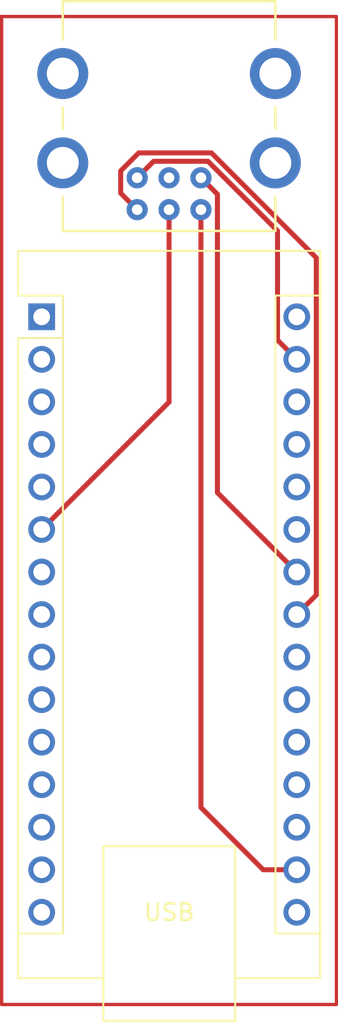
<source format=kicad_pcb>
(kicad_pcb (version 20240108) (generator "pcbnew") (generator_version "8.0")
  (layers (0 "F.Cu" signal) (31 "B.Cu" signal) (34 "B.Paste" user) (35 "F.Paste" user) (36 "B.SilkS" user "B.Silkscreen") (37 "F.SilkS" user "F.Silkscreen") (38 "B.Mask" user) (39 "F.Mask" user) (44 "Edge.Cuts" user))
  (net 0 "")
  (net 3 "Net-(A1-A4)")
  (net 13 "Net-(A1-D3)")
  (net 17 "Net-(U1-GND)")
  (net 18 "Net-(A1-A5)")
  (net 24 "Net-(A1-3V3)")
  (footprint "Footprints_cez:CONN_WII" (layer "F.Cu") (at 123.157 57.8882)
    (property "Reference" "U1" (hide yes))
    (property "Value" "~" (hide yes))
    (fp_line (start -6.35 -6.858) (end 6.35 -6.858) (stroke (width 0.15)) (layer "F.SilkS"))
    (fp_line (start -6.35 -4.572) (end -6.35 -6.858) (stroke (width 0.15)) (layer "F.SilkS"))
    (fp_line (start -6.35 0.762) (end -6.35 -0.508) (stroke (width 0.15)) (layer "F.SilkS"))
    (fp_line (start -6.35 6.858) (end -6.35 4.826) (stroke (width 0.15)) (layer "F.SilkS"))
    (fp_line (start 6.35 -6.858) (end 6.35 -4.572) (stroke (width 0.15)) (layer "F.SilkS"))
    (fp_line (start 6.35 0.762) (end 6.35 -0.508) (stroke (width 0.15)) (layer "F.SilkS"))
    (fp_line (start 6.35 6.858) (end -6.35 6.858) (stroke (width 0.15)) (layer "F.SilkS"))
    (fp_line (start 6.35 6.858) (end 6.35 4.826) (stroke (width 0.15)) (layer "F.SilkS"))
    (pad "" thru_hole circle (at -6.35 -2.54) (size 3.048 3.048) (drill 1.905) (layers "*.Cu" "*.Mask"))
    (pad "" thru_hole circle (at -6.35 2.794) (size 3.048 3.048) (drill 1.905) (layers "*.Cu" "*.Mask"))
    (pad "" thru_hole circle (at 6.35 -2.54) (size 3.048 3.048) (drill 1.905) (layers "*.Cu" "*.Mask"))
    (pad "" thru_hole circle (at 6.35 2.794) (size 3.048 3.048) (drill 1.905) (layers "*.Cu" "*.Mask"))
    (pad "1" thru_hole circle (at 1.905 5.588) (size 1.27 1.27) (drill 0.635) (layers "*.Cu" "*.Mask") (net 24 "Net-(A1-3V3)"))
    (pad "2" thru_hole circle (at 1.905 3.683) (size 1.27 1.27) (drill 0.635) (layers "*.Cu" "*.Mask") (net 18 "Net-(A1-A5)"))
    (pad "3" thru_hole circle (at 0 5.588) (size 1.27 1.27) (drill 0.635) (layers "*.Cu" "*.Mask") (net 13 "Net-(A1-D3)"))
    (pad "4" thru_hole circle (at 0 3.683) (size 1.27 1.27) (drill 0.635) (layers "*.Cu" "*.Mask"))
    (pad "5" thru_hole circle (at -1.905 5.588) (size 1.27 1.27) (drill 0.635) (layers "*.Cu" "*.Mask") (net 3 "Net-(A1-A4)"))
    (pad "6" thru_hole circle (at -1.905 3.683) (size 1.27 1.27) (drill 0.635) (layers "*.Cu" "*.Mask") (net 17 "Net-(U1-GND)"))
  )
  (footprint "Module:Arduino_Nano" (layer "F.Cu") (at 115.547 69.8754)
    (property "Reference" "A1" (hide yes))
    (property "Value" "Arduino_Nano_v3.x")
    (fp_line (start -1.4 -3.94) (end -1.4 -1.27) (stroke (width 0.12)) (layer "F.SilkS"))
    (fp_line (start -1.4 1.27) (end -1.4 39.5) (stroke (width 0.12)) (layer "F.SilkS"))
    (fp_line (start -1.4 39.5) (end 3.68 39.5) (stroke (width 0.12)) (layer "F.SilkS"))
    (fp_line (start 1.27 -1.27) (end -1.4 -1.27) (stroke (width 0.12)) (layer "F.SilkS"))
    (fp_line (start 1.27 1.27) (end -1.4 1.27) (stroke (width 0.12)) (layer "F.SilkS"))
    (fp_line (start 1.27 1.27) (end 1.27 -1.27) (stroke (width 0.12)) (layer "F.SilkS"))
    (fp_line (start 1.27 1.27) (end 1.27 36.83) (stroke (width 0.12)) (layer "F.SilkS"))
    (fp_line (start 1.27 36.83) (end -1.4 36.83) (stroke (width 0.12)) (layer "F.SilkS"))
    (fp_line (start 3.68 31.62) (end 11.56 31.62) (stroke (width 0.12)) (layer "F.SilkS"))
    (fp_line (start 3.68 42.04) (end 3.68 31.62) (stroke (width 0.12)) (layer "F.SilkS"))
    (fp_line (start 11.56 31.62) (end 11.56 42.04) (stroke (width 0.12)) (layer "F.SilkS"))
    (fp_line (start 11.56 42.04) (end 3.68 42.04) (stroke (width 0.12)) (layer "F.SilkS"))
    (fp_line (start 13.97 -1.27) (end 13.97 36.83) (stroke (width 0.12)) (layer "F.SilkS"))
    (fp_line (start 13.97 -1.27) (end 16.64 -1.27) (stroke (width 0.12)) (layer "F.SilkS"))
    (fp_line (start 13.97 36.83) (end 16.64 36.83) (stroke (width 0.12)) (layer "F.SilkS"))
    (fp_line (start 16.64 -3.94) (end -1.4 -3.94) (stroke (width 0.12)) (layer "F.SilkS"))
    (fp_line (start 16.64 39.5) (end 11.56 39.5) (stroke (width 0.12)) (layer "F.SilkS"))
    (fp_line (start 16.64 39.5) (end 16.64 -3.94) (stroke (width 0.12)) (layer "F.SilkS"))
    (fp_text user "USB" (at 7.62 35.56 0) (layer "F.SilkS"))
    (pad "1" thru_hole rect (at 0 0) (size 1.6 1.6) (drill 1) (layers "*.Cu" "*.Mask"))
    (pad "2" thru_hole oval (at 0 2.54) (size 1.6 1.6) (drill 1) (layers "*.Cu" "*.Mask"))
    (pad "3" thru_hole oval (at 0 5.08) (size 1.6 1.6) (drill 1) (layers "*.Cu" "*.Mask"))
    (pad "4" thru_hole oval (at 0 7.62) (size 1.6 1.6) (drill 1) (layers "*.Cu" "*.Mask"))
    (pad "5" thru_hole oval (at 0 10.16) (size 1.6 1.6) (drill 1) (layers "*.Cu" "*.Mask"))
    (pad "6" thru_hole oval (at 0 12.7) (size 1.6 1.6) (drill 1) (layers "*.Cu" "*.Mask") (net 13 "Net-(A1-D3)"))
    (pad "7" thru_hole oval (at 0 15.24) (size 1.6 1.6) (drill 1) (layers "*.Cu" "*.Mask"))
    (pad "8" thru_hole oval (at 0 17.78) (size 1.6 1.6) (drill 1) (layers "*.Cu" "*.Mask"))
    (pad "9" thru_hole oval (at 0 20.32) (size 1.6 1.6) (drill 1) (layers "*.Cu" "*.Mask"))
    (pad "10" thru_hole oval (at 0 22.86) (size 1.6 1.6) (drill 1) (layers "*.Cu" "*.Mask"))
    (pad "11" thru_hole oval (at 0 25.4) (size 1.6 1.6) (drill 1) (layers "*.Cu" "*.Mask"))
    (pad "12" thru_hole oval (at 0 27.94) (size 1.6 1.6) (drill 1) (layers "*.Cu" "*.Mask"))
    (pad "13" thru_hole oval (at 0 30.48) (size 1.6 1.6) (drill 1) (layers "*.Cu" "*.Mask"))
    (pad "14" thru_hole oval (at 0 33.02) (size 1.6 1.6) (drill 1) (layers "*.Cu" "*.Mask"))
    (pad "15" thru_hole oval (at 0 35.56) (size 1.6 1.6) (drill 1) (layers "*.Cu" "*.Mask"))
    (pad "16" thru_hole oval (at 15.24 35.56) (size 1.6 1.6) (drill 1) (layers "*.Cu" "*.Mask"))
    (pad "17" thru_hole oval (at 15.24 33.02) (size 1.6 1.6) (drill 1) (layers "*.Cu" "*.Mask") (net 24 "Net-(A1-3V3)"))
    (pad "18" thru_hole oval (at 15.24 30.48) (size 1.6 1.6) (drill 1) (layers "*.Cu" "*.Mask"))
    (pad "19" thru_hole oval (at 15.24 27.94) (size 1.6 1.6) (drill 1) (layers "*.Cu" "*.Mask"))
    (pad "20" thru_hole oval (at 15.24 25.4) (size 1.6 1.6) (drill 1) (layers "*.Cu" "*.Mask"))
    (pad "21" thru_hole oval (at 15.24 22.86) (size 1.6 1.6) (drill 1) (layers "*.Cu" "*.Mask"))
    (pad "22" thru_hole oval (at 15.24 20.32) (size 1.6 1.6) (drill 1) (layers "*.Cu" "*.Mask"))
    (pad "23" thru_hole oval (at 15.24 17.78) (size 1.6 1.6) (drill 1) (layers "*.Cu" "*.Mask") (net 3 "Net-(A1-A4)"))
    (pad "24" thru_hole oval (at 15.24 15.24) (size 1.6 1.6) (drill 1) (layers "*.Cu" "*.Mask") (net 18 "Net-(A1-A5)"))
    (pad "25" thru_hole oval (at 15.24 12.7) (size 1.6 1.6) (drill 1) (layers "*.Cu" "*.Mask"))
    (pad "26" thru_hole oval (at 15.24 10.16) (size 1.6 1.6) (drill 1) (layers "*.Cu" "*.Mask"))
    (pad "27" thru_hole oval (at 15.24 7.62) (size 1.6 1.6) (drill 1) (layers "*.Cu" "*.Mask"))
    (pad "28" thru_hole oval (at 15.24 5.08) (size 1.6 1.6) (drill 1) (layers "*.Cu" "*.Mask"))
    (pad "29" thru_hole oval (at 15.24 2.54) (size 1.6 1.6) (drill 1) (layers "*.Cu" "*.Mask") (net 17 "Net-(U1-GND)"))
    (pad "30" thru_hole oval (at 15.24 0) (size 1.6 1.6) (drill 1) (layers "*.Cu" "*.Mask"))
  )
  (gr_rect (start 113.157 51.943) (end 133.157 110.943) (stroke (width 0.2)) (fill none) (layer "F.Cu"))
  (segment (start 121.343999 60.0862) (end 125.690307 60.0862) (width 0.3) (layer "F.Cu") (net 3))
  (segment (start 120.267 62.4912) (end 120.267 61.163199) (width 0.3) (layer "F.Cu") (net 3))
  (segment (start 125.690307 60.0862) (end 131.953 66.348893) (width 0.3) (layer "F.Cu") (net 3))
  (segment (start 120.267 61.163199) (end 121.343999 60.0862) (width 0.3) (layer "F.Cu") (net 3))
  (segment (start 131.953 66.348893) (end 131.953 86.4894) (width 0.3) (layer "F.Cu") (net 3))
  (segment (start 121.252 63.4762) (end 120.267 62.4912) (width 0.3) (layer "F.Cu") (net 3))
  (segment (start 131.953 86.4894) (end 130.787 87.6554) (width 0.3) (layer "F.Cu") (net 3))
  (segment (start 123.157 74.9654) (end 115.547 82.5754) (width 0.3) (layer "F.Cu") (net 13))
  (segment (start 123.157 63.4762) (end 123.157 74.9654) (width 0.3) (layer "F.Cu") (net 13))
  (segment (start 129.637 64.74) (end 129.637 71.2654) (width 0.3) (layer "F.Cu") (net 17))
  (segment (start 122.237 60.5862) (end 125.4832 60.5862) (width 0.3) (layer "F.Cu") (net 17))
  (segment (start 121.252 61.5712) (end 122.237 60.5862) (width 0.3) (layer "F.Cu") (net 17))
  (segment (start 129.637 71.2654) (end 130.787 72.4154) (width 0.3) (layer "F.Cu") (net 17))
  (segment (start 125.4832 60.5862) (end 129.637 64.74) (width 0.3) (layer "F.Cu") (net 17))
  (segment (start 125.062 61.5712) (end 126.047 62.5562) (width 0.3) (layer "F.Cu") (net 18))
  (segment (start 126.047 80.3754) (end 130.787 85.1154) (width 0.3) (layer "F.Cu") (net 18))
  (segment (start 126.047 62.5562) (end 126.047 80.3754) (width 0.3) (layer "F.Cu") (net 18))
  (segment (start 125.062 99.1794) (end 128.778 102.8954) (width 0.3) (layer "F.Cu") (net 24))
  (segment (start 125.062 63.4762) (end 125.062 99.1794) (width 0.3) (layer "F.Cu") (net 24))
  (segment (start 128.778 102.8954) (end 130.787 102.8954) (width 0.3) (layer "F.Cu") (net 24))
)
</source>
